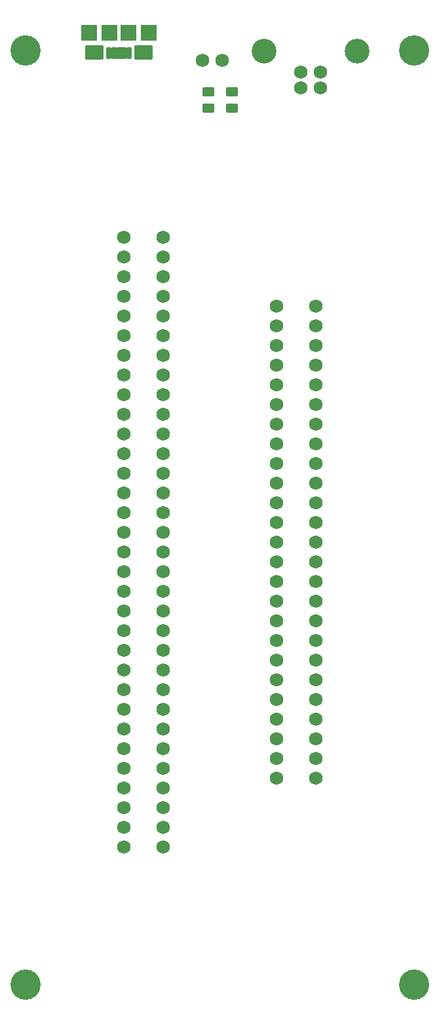
<source format=gts>
G04 #@! TF.GenerationSoftware,KiCad,Pcbnew,(6.0.5)*
G04 #@! TF.CreationDate,2022-11-07T18:45:20-05:00*
G04 #@! TF.ProjectId,power-pcb,706f7765-722d-4706-9362-2e6b69636164,0.1*
G04 #@! TF.SameCoordinates,Original*
G04 #@! TF.FileFunction,Soldermask,Top*
G04 #@! TF.FilePolarity,Negative*
%FSLAX45Y45*%
G04 Gerber Fmt 4.5, Leading zero omitted, Abs format (unit mm)*
G04 Created by KiCad (PCBNEW (6.0.5)) date 2022-11-07 18:45:20*
%MOMM*%
%LPD*%
G01*
G04 APERTURE LIST*
G04 Aperture macros list*
%AMRoundRect*
0 Rectangle with rounded corners*
0 $1 Rounding radius*
0 $2 $3 $4 $5 $6 $7 $8 $9 X,Y pos of 4 corners*
0 Add a 4 corners polygon primitive as box body*
4,1,4,$2,$3,$4,$5,$6,$7,$8,$9,$2,$3,0*
0 Add four circle primitives for the rounded corners*
1,1,$1+$1,$2,$3*
1,1,$1+$1,$4,$5*
1,1,$1+$1,$6,$7*
1,1,$1+$1,$8,$9*
0 Add four rect primitives between the rounded corners*
20,1,$1+$1,$2,$3,$4,$5,0*
20,1,$1+$1,$4,$5,$6,$7,0*
20,1,$1+$1,$6,$7,$8,$9,0*
20,1,$1+$1,$8,$9,$2,$3,0*%
G04 Aperture macros list end*
%ADD10C,1.727200*%
%ADD11C,3.203200*%
%ADD12RoundRect,0.101600X0.635000X-0.508000X0.635000X0.508000X-0.635000X0.508000X-0.635000X-0.508000X0*%
%ADD13C,3.912000*%
%ADD14RoundRect,0.100000X0.950000X0.950000X-0.950000X0.950000X-0.950000X-0.950000X0.950000X-0.950000X0*%
%ADD15RoundRect,0.100000X1.050000X0.800000X-1.050000X0.800000X-1.050000X-0.800000X1.050000X-0.800000X0*%
%ADD16RoundRect,0.100000X0.200000X0.675000X-0.200000X0.675000X-0.200000X-0.675000X0.200000X-0.675000X0*%
G04 APERTURE END LIST*
D10*
X15750000Y-4221500D03*
X16000000Y-4221500D03*
X15750000Y-4421500D03*
X16000000Y-4421500D03*
D11*
X16477000Y-3950500D03*
X15273000Y-3950500D03*
D12*
X14554200Y-4686300D03*
X14554200Y-4470400D03*
D10*
X15430500Y-7239000D03*
X15938500Y-7239000D03*
X15430500Y-7493000D03*
X15938500Y-7493000D03*
X15430500Y-7747000D03*
X15938500Y-7747000D03*
X15430500Y-8001000D03*
X15938500Y-8001000D03*
X15430500Y-8255000D03*
X15938500Y-8255000D03*
X15430500Y-8509000D03*
X15938500Y-8509000D03*
X15430500Y-8763000D03*
X15938500Y-8763000D03*
X15430500Y-9017000D03*
X15938500Y-9017000D03*
X15430500Y-9271000D03*
X15938500Y-9271000D03*
X15430500Y-9525000D03*
X15938500Y-9525000D03*
X15430500Y-9779000D03*
X15938500Y-9779000D03*
X15430500Y-10033000D03*
X15938500Y-10033000D03*
X15430500Y-10287000D03*
X15938500Y-10287000D03*
X15430500Y-10541000D03*
X15938500Y-10541000D03*
X15430500Y-10795000D03*
X15938500Y-10795000D03*
X15430500Y-11049000D03*
X15938500Y-11049000D03*
X15430500Y-11303000D03*
X15938500Y-11303000D03*
X15430500Y-11557000D03*
X15938500Y-11557000D03*
X15430500Y-11811000D03*
X15938500Y-11811000D03*
X15430500Y-12065000D03*
X15938500Y-12065000D03*
X15430500Y-12319000D03*
X15938500Y-12319000D03*
X15430500Y-12573000D03*
X15938500Y-12573000D03*
X15430500Y-12827000D03*
X15938500Y-12827000D03*
X15430500Y-13081000D03*
X15938500Y-13081000D03*
X15430500Y-13335000D03*
X15938500Y-13335000D03*
D13*
X12192000Y-16002000D03*
X17208500Y-16002000D03*
X12192000Y-3937000D03*
D12*
X14859000Y-4686300D03*
X14859000Y-4470400D03*
D10*
X14478000Y-4064000D03*
X14732000Y-4064000D03*
D13*
X17208500Y-3937000D03*
D10*
X13462000Y-14224000D03*
X13462000Y-13970000D03*
X13462000Y-13716000D03*
X13462000Y-13462000D03*
X13462000Y-13208000D03*
X13462000Y-12954000D03*
X13462000Y-12700000D03*
X13462000Y-12446000D03*
X13462000Y-12192000D03*
X13462000Y-11938000D03*
X13462000Y-11684000D03*
X13462000Y-11430000D03*
X13462000Y-11176000D03*
X13462000Y-10922000D03*
X13462000Y-10668000D03*
X13462000Y-10414000D03*
X13462000Y-10160000D03*
X13462000Y-9906000D03*
X13462000Y-9652000D03*
X13462000Y-9398000D03*
X13462000Y-9144000D03*
X13462000Y-8890000D03*
X13462000Y-8636000D03*
X13462000Y-8382000D03*
X13462000Y-8128000D03*
X13462000Y-7874000D03*
X13462000Y-7620000D03*
X13462000Y-7366000D03*
X13462000Y-7112000D03*
X13462000Y-6858000D03*
X13462000Y-6604000D03*
X13462000Y-6350000D03*
X13970000Y-14224000D03*
X13970000Y-13970000D03*
X13970000Y-13716000D03*
X13970000Y-13462000D03*
X13970000Y-13208000D03*
X13970000Y-12954000D03*
X13970000Y-12700000D03*
X13970000Y-12446000D03*
X13970000Y-12192000D03*
X13970000Y-11938000D03*
X13970000Y-11684000D03*
X13970000Y-11430000D03*
X13970000Y-11176000D03*
X13970000Y-10922000D03*
X13970000Y-10668000D03*
X13970000Y-10414000D03*
X13970000Y-10160000D03*
X13970000Y-9906000D03*
X13970000Y-9652000D03*
X13970000Y-9398000D03*
X13970000Y-9144000D03*
X13970000Y-8890000D03*
X13970000Y-8636000D03*
X13970000Y-8382000D03*
X13970000Y-8128000D03*
X13970000Y-7874000D03*
X13970000Y-7620000D03*
X13970000Y-7366000D03*
X13970000Y-7112000D03*
X13970000Y-6858000D03*
X13970000Y-6604000D03*
X13970000Y-6350000D03*
D14*
X13783500Y-3708650D03*
X13013500Y-3708650D03*
D15*
X13083500Y-3963650D03*
D14*
X13518500Y-3708650D03*
X13278500Y-3708650D03*
D15*
X13713500Y-3963650D03*
D16*
X13528500Y-3976150D03*
X13463500Y-3976150D03*
X13398500Y-3976150D03*
X13333500Y-3976150D03*
X13268500Y-3976150D03*
G36*
X13502311Y-3900937D02*
G01*
X13502368Y-3901129D01*
X13502284Y-3901248D01*
X13501573Y-3901723D01*
X13499450Y-3904901D01*
X13498700Y-3908670D01*
X13498700Y-4043630D01*
X13499450Y-4047399D01*
X13501573Y-4050577D01*
X13502242Y-4051024D01*
X13502330Y-4051203D01*
X13502219Y-4051369D01*
X13502071Y-4051381D01*
X13496221Y-4049549D01*
X13489883Y-4051410D01*
X13489689Y-4051363D01*
X13489632Y-4051171D01*
X13489716Y-4051052D01*
X13490427Y-4050577D01*
X13492550Y-4047399D01*
X13493300Y-4043630D01*
X13493300Y-3908670D01*
X13492550Y-3904901D01*
X13490427Y-3901723D01*
X13489758Y-3901276D01*
X13489669Y-3901097D01*
X13489781Y-3900930D01*
X13489929Y-3900919D01*
X13495779Y-3902751D01*
X13502117Y-3900890D01*
X13502311Y-3900937D01*
G37*
G36*
X13437311Y-3900937D02*
G01*
X13437368Y-3901129D01*
X13437284Y-3901248D01*
X13436573Y-3901723D01*
X13434450Y-3904901D01*
X13433700Y-3908670D01*
X13433700Y-4043630D01*
X13434450Y-4047399D01*
X13436573Y-4050577D01*
X13437242Y-4051024D01*
X13437330Y-4051203D01*
X13437219Y-4051369D01*
X13437071Y-4051381D01*
X13431221Y-4049549D01*
X13424883Y-4051410D01*
X13424689Y-4051363D01*
X13424632Y-4051171D01*
X13424716Y-4051052D01*
X13425427Y-4050577D01*
X13427550Y-4047399D01*
X13428300Y-4043630D01*
X13428300Y-3908670D01*
X13427550Y-3904901D01*
X13425427Y-3901723D01*
X13424758Y-3901276D01*
X13424669Y-3901097D01*
X13424781Y-3900930D01*
X13424929Y-3900919D01*
X13430779Y-3902751D01*
X13437117Y-3900890D01*
X13437311Y-3900937D01*
G37*
G36*
X13372311Y-3900937D02*
G01*
X13372368Y-3901129D01*
X13372284Y-3901248D01*
X13371573Y-3901723D01*
X13369450Y-3904901D01*
X13368700Y-3908670D01*
X13368700Y-4043630D01*
X13369450Y-4047399D01*
X13371573Y-4050577D01*
X13372242Y-4051024D01*
X13372330Y-4051203D01*
X13372219Y-4051369D01*
X13372071Y-4051381D01*
X13366221Y-4049549D01*
X13359883Y-4051410D01*
X13359689Y-4051363D01*
X13359632Y-4051171D01*
X13359716Y-4051052D01*
X13360427Y-4050577D01*
X13362550Y-4047399D01*
X13363300Y-4043630D01*
X13363300Y-3908670D01*
X13362550Y-3904901D01*
X13360427Y-3901723D01*
X13359758Y-3901276D01*
X13359669Y-3901097D01*
X13359781Y-3900930D01*
X13359929Y-3900919D01*
X13365779Y-3902751D01*
X13372117Y-3900890D01*
X13372311Y-3900937D01*
G37*
G36*
X13307311Y-3900937D02*
G01*
X13307368Y-3901129D01*
X13307284Y-3901248D01*
X13306573Y-3901723D01*
X13304450Y-3904901D01*
X13303700Y-3908670D01*
X13303700Y-4043630D01*
X13304450Y-4047399D01*
X13306573Y-4050577D01*
X13307242Y-4051024D01*
X13307330Y-4051203D01*
X13307219Y-4051369D01*
X13307071Y-4051381D01*
X13301221Y-4049549D01*
X13294883Y-4051410D01*
X13294689Y-4051363D01*
X13294632Y-4051171D01*
X13294716Y-4051052D01*
X13295427Y-4050577D01*
X13297550Y-4047399D01*
X13298300Y-4043630D01*
X13298300Y-3908670D01*
X13297550Y-3904901D01*
X13295427Y-3901723D01*
X13294758Y-3901276D01*
X13294669Y-3901097D01*
X13294781Y-3900930D01*
X13294929Y-3900919D01*
X13300779Y-3902751D01*
X13307117Y-3900890D01*
X13307311Y-3900937D01*
G37*
M02*

</source>
